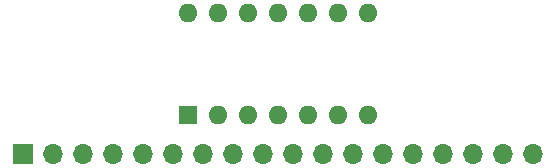
<source format=gbr>
%TF.GenerationSoftware,KiCad,Pcbnew,7.0.8*%
%TF.CreationDate,2025-02-11T21:18:31-08:00*%
%TF.ProjectId,professordisplay,70726f66-6573-4736-9f72-646973706c61,rev?*%
%TF.SameCoordinates,Original*%
%TF.FileFunction,Soldermask,Bot*%
%TF.FilePolarity,Negative*%
%FSLAX46Y46*%
G04 Gerber Fmt 4.6, Leading zero omitted, Abs format (unit mm)*
G04 Created by KiCad (PCBNEW 7.0.8) date 2025-02-11 21:18:31*
%MOMM*%
%LPD*%
G01*
G04 APERTURE LIST*
%ADD10R,1.600000X1.600000*%
%ADD11O,1.600000X1.600000*%
%ADD12R,1.700000X1.700000*%
%ADD13O,1.700000X1.700000*%
G04 APERTURE END LIST*
D10*
%TO.C,J2*%
X133345000Y-121158000D03*
D11*
X135885000Y-121158000D03*
X138425000Y-121158000D03*
X140965000Y-121158000D03*
X143505000Y-121158000D03*
X146045000Y-121158000D03*
X148585000Y-121158000D03*
X148585000Y-112538000D03*
X146045000Y-112538000D03*
X143505000Y-112538000D03*
X140965000Y-112538000D03*
X138425000Y-112538000D03*
X135885000Y-112538000D03*
X133345000Y-112538000D03*
%TD*%
D12*
%TO.C,J1*%
X119380000Y-124460000D03*
D13*
X121920000Y-124460000D03*
X124460000Y-124460000D03*
X127000000Y-124460000D03*
X129540000Y-124460000D03*
X132080000Y-124460000D03*
X134620000Y-124460000D03*
X137160000Y-124460000D03*
X139700000Y-124460000D03*
X142240000Y-124460000D03*
X144780000Y-124460000D03*
X147320000Y-124460000D03*
X149860000Y-124460000D03*
X152400000Y-124460000D03*
X154940000Y-124460000D03*
X157480000Y-124460000D03*
X160020000Y-124460000D03*
X162560000Y-124460000D03*
%TD*%
M02*

</source>
